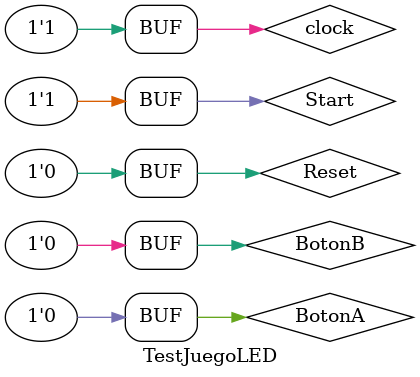
<source format=v>
`timescale 1ns / 1ps


module TestJuegoLED;

	// Inputs
	reg clock;
	reg Reset;
	reg Start;
	reg BotonA;
	reg BotonB;

	// Outputs
	wire LedRED;
	wire LedVerde;
	wire LedFin;
	wire [6:0] displaytotal;
	wire Switch0;
	wire Switch1;
	wire Switch2;
	wire Switch3;

	// Instantiate the Unit Under Test (UUT)
	main uut (
		.clock(clock), 
		.Reset(Reset), 
		.Start(Start), 
		.BotonA(BotonA), 
		.BotonB(BotonB), 
		.LedRED(LedRED), 
		.LedVerde(LedVerde), 
		.LedFin(LedFin), 
		.displaytotal(displaytotal), 
		.Switch0(Switch0), 
		.Switch1(Switch1), 
		.Switch2(Switch2), 
		.Switch3(Switch3)
	);

	
	initial begin
	Reset=0;
	Start=1;
	BotonA=0;
	BotonB=0;
	#10;//00000;
	#10;//00000;
	BotonA=1;
	#10;//000000;
	#10;//000000;
	#10;//000000;
	#10;//000000;
	#10;//000000;
	#10;//000000;
	BotonA=0;
	
	#10;//000000;
	#10;//000000;
	#10;//000000;
	#10;//000000;
	#10;//000000;
	#10;//000000;
	BotonB=1;
	#10;//000000;
	#10;//000000;
	#10;//000000;
	#10;//000000;
	#10;//000000;
	#10;//000000;
	BotonB=0;
	#1000000;
	#1000000;
	BotonA=1;
	#10000000;
	#10000000;
	#10000000;
	#10000000;
	#10000000;
	#10000000;
	BotonA=0;
	#10000000;
	#10000000;
	#10000000;
	BotonA=1;
	#10000000;
	#10000000;
	#10000000;
	#10000000;
	#10000000;
	#10000000;
	#10000000;
	#10000000;
	#10000000;
	BotonA=0;
	#10000000;
	#10000000;
	#10000000;
	BotonB=1;
	#10000000;
	#10000000;
	#10000000;
	#10000000;
	#10000000;
	#10000000;
	#10000000;
	#10000000;
	#10000000;
	#10000000;
	#10000000;
	BotonB=0;
	#10000000;
	#10000000;
	#10000000;
	#10000000;
	#10000000;
	BotonA=1;
	#10000000;
	#10000000;
	#10000000;
	#10000000;
	#10000000;
	#10000000;
	#10000000;
	#10000000;
	#10000000;
	BotonA=0;
	
	end
	
	always begin 
	clock = 0;#5;
	clock = 1;#5;
	end
      
endmodule


</source>
